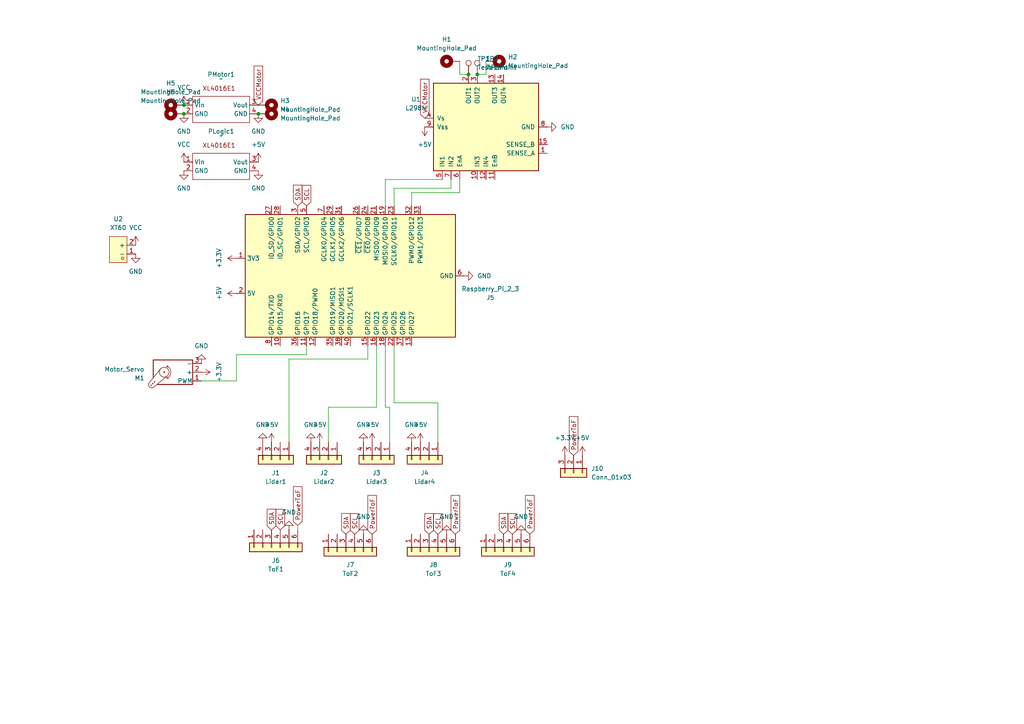
<source format=kicad_sch>
(kicad_sch (version 20231120) (generator "eeschema") (generator_version "8.0")
  (paper "A4")
  (lib_symbols
    (symbol "Connector:Raspberry_Pi_2_3"
      (property "Reference" "J" (at -17.78 31.75 0))
      (property "Value" "Raspberry_Pi_2_3" (at 10.16 -31.75 0))
      (symbol "Raspberry_Pi_2_3_0_1"
        (rectangle (start -17.78 30.48) (end 17.78 -30.48) (stroke (width 0.254)) (fill (type background)))
      )
      (symbol "Raspberry_Pi_2_3_1_1"
        (pin power_in line (at 5.08 33.02 270) (length 2.54) (name "3V3") (number "1"))
        (pin bidirectional line (at -20.32 20.32 0) (length 2.54) (name "GPIO15/RXD") (number "10"))
        (pin bidirectional line (at -20.32 12.7 0) (length 2.54) (name "GPIO17") (number "11"))
        (pin bidirectional line (at -20.32 10.16 0) (length 2.54) (name "GPIO18/PWM0") (number "12"))
        (pin bidirectional line (at -20.32 -17.78 0) (length 2.54) (name "GPIO27") (number "13"))
        (pin passive line (at 0 -33.02 90) (length 2.54) hide (name "GND") (number "14"))
        (pin bidirectional line (at -20.32 -5.08 0) (length 2.54) (name "GPIO22") (number "15"))
        (pin bidirectional line (at -20.32 -7.62 0) (length 2.54) (name "GPIO23") (number "16"))
        (pin passive line (at 5.08 33.02 270) (length 2.54) hide (name "3V3") (number "17"))
        (pin bidirectional line (at -20.32 -10.16 0) (length 2.54) (name "GPIO24") (number "18"))
        (pin bidirectional line (at 20.32 -10.16 180) (length 2.54) (name "MOSI0/GPIO10") (number "19"))
        (pin power_in line (at -5.08 33.02 270) (length 2.54) (name "5V") (number "2"))
        (pin passive line (at 0 -33.02 90) (length 2.54) hide (name "GND") (number "20"))
        (pin bidirectional line (at 20.32 -7.62 180) (length 2.54) (name "MISO0/GPIO9") (number "21"))
        (pin bidirectional line (at -20.32 -12.7 0) (length 2.54) (name "GPIO25") (number "22"))
        (pin bidirectional line (at 20.32 -12.7 180) (length 2.54) (name "SCLK0/GPIO11") (number "23"))
        (pin bidirectional line (at 20.32 -5.08 180) (length 2.54) (name "~{CE0}/GPIO8") (number "24"))
        (pin passive line (at 0 -33.02 90) (length 2.54) hide (name "GND") (number "25"))
        (pin bidirectional line (at 20.32 -2.54 180) (length 2.54) (name "~{CE1}/GPIO7") (number "26"))
        (pin bidirectional line (at 20.32 22.86 180) (length 2.54) (name "ID_SD/GPIO0") (number "27"))
        (pin bidirectional line (at 20.32 20.32 180) (length 2.54) (name "ID_SC/GPIO1") (number "28"))
        (pin bidirectional line (at 20.32 5.08 180) (length 2.54) (name "GCLK1/GPIO5") (number "29"))
        (pin bidirectional line (at 20.32 15.24 180) (length 2.54) (name "SDA/GPIO2") (number "3"))
        (pin passive line (at 0 -33.02 90) (length 2.54) hide (name "GND") (number "30"))
        (pin bidirectional line (at 20.32 2.54 180) (length 2.54) (name "GCLK2/GPIO6") (number "31"))
        (pin bidirectional line (at 20.32 -17.78 180) (length 2.54) (name "PWM0/GPIO12") (number "32"))
        (pin bidirectional line (at 20.32 -20.32 180) (length 2.54) (name "PWM1/GPIO13") (number "33"))
        (pin passive line (at 0 -33.02 90) (length 2.54) hide (name "GND") (number "34"))
        (pin bidirectional line (at -20.32 5.08 0) (length 2.54) (name "GPIO19/MISO1") (number "35"))
        (pin bidirectional line (at -20.32 15.24 0) (length 2.54) (name "GPIO16") (number "36"))
        (pin bidirectional line (at -20.32 -15.24 0) (length 2.54) (name "GPIO26") (number "37"))
        (pin bidirectional line (at -20.32 2.54 0) (length 2.54) (name "GPIO20/MOSI1") (number "38"))
        (pin passive line (at 0 -33.02 90) (length 2.54) hide (name "GND") (number "39"))
        (pin passive line (at -5.08 33.02 270) (length 2.54) hide (name "5V") (number "4"))
        (pin bidirectional line (at -20.32 0 0) (length 2.54) (name "GPIO21/SCLK1") (number "40"))
        (pin bidirectional line (at 20.32 12.7 180) (length 2.54) (name "SCL/GPIO3") (number "5"))
        (pin power_in line (at 0 -33.02 90) (length 2.54) (name "GND") (number "6"))
        (pin bidirectional line (at 20.32 7.62 180) (length 2.54) (name "GCLK0/GPIO4") (number "7"))
        (pin bidirectional line (at -20.32 22.86 0) (length 2.54) (name "GPIO14/TXD") (number "8"))
        (pin passive line (at 0 -33.02 90) (length 2.54) hide (name "GND") (number "9"))
      )
    )
    (symbol "Connector:TestPoint" (pin_numbers hide) (pin_names (offset 0.762) hide)
      (property "Reference" "TP" (at 0 6.858 0))
      (property "Value" "TestPoint" (at 0 5.08 0))
      (symbol "TestPoint_0_1"
        (circle (center 0 3.302) (radius 0.762))
      )
      (symbol "TestPoint_1_1"
        (pin passive line (at 0 0 90) (length 2.54) (name "1") (number "1"))
      )
    )
    (symbol "Connector_Generic:Conn_01x03" (pin_names (offset 1.016) hide)
      (property "Reference" "J" (at 0 5.08 0))
      (property "Value" "Conn_01x03" (at 0 -5.08 0))
      (symbol "Conn_01x03_1_1"
        (rectangle (start -1.27 -2.413) (end 0 -2.667) (stroke (width 0.1524)))
        (rectangle (start -1.27 0.127) (end 0 -0.127) (stroke (width 0.1524)))
        (rectangle (start -1.27 2.667) (end 0 2.413) (stroke (width 0.1524)))
        (rectangle (start -1.27 3.81) (end 1.27 -3.81) (stroke (width 0.254)) (fill (type background)))
        (pin passive line (at -5.08 2.54 0) (length 3.81) (name "Pin_1") (number "1"))
        (pin passive line (at -5.08 0 0) (length 3.81) (name "Pin_2") (number "2"))
        (pin passive line (at -5.08 -2.54 0) (length 3.81) (name "Pin_3") (number "3"))
      )
    )
    (symbol "Connector_Generic:Conn_01x04" (pin_names (offset 1.016) hide)
      (property "Reference" "J" (at 0 5.08 0))
      (property "Value" "Conn_01x04" (at 0 -7.62 0))
      (symbol "Conn_01x04_1_1"
        (rectangle (start -1.27 -4.953) (end 0 -5.207) (stroke (width 0.1524)))
        (rectangle (start -1.27 -2.413) (end 0 -2.667) (stroke (width 0.1524)))
        (rectangle (start -1.27 0.127) (end 0 -0.127) (stroke (width 0.1524)))
        (rectangle (start -1.27 2.667) (end 0 2.413) (stroke (width 0.1524)))
        (rectangle (start -1.27 3.81) (end 1.27 -6.35) (stroke (width 0.254)) (fill (type background)))
        (pin passive line (at -5.08 2.54 0) (length 3.81) (name "Pin_1") (number "1"))
        (pin passive line (at -5.08 0 0) (length 3.81) (name "Pin_2") (number "2"))
        (pin passive line (at -5.08 -2.54 0) (length 3.81) (name "Pin_3") (number "3"))
        (pin passive line (at -5.08 -5.08 0) (length 3.81) (name "Pin_4") (number "4"))
      )
    )
    (symbol "Connector_Generic:Conn_01x06" (pin_names (offset 1.016) hide)
      (property "Reference" "J" (at 0 7.62 0))
      (property "Value" "Conn_01x06" (at 0 -10.16 0))
      (symbol "Conn_01x06_1_1"
        (rectangle (start -1.27 -7.493) (end 0 -7.747) (stroke (width 0.1524)))
        (rectangle (start -1.27 -4.953) (end 0 -5.207) (stroke (width 0.1524)))
        (rectangle (start -1.27 -2.413) (end 0 -2.667) (stroke (width 0.1524)))
        (rectangle (start -1.27 0.127) (end 0 -0.127) (stroke (width 0.1524)))
        (rectangle (start -1.27 2.667) (end 0 2.413) (stroke (width 0.1524)))
        (rectangle (start -1.27 5.207) (end 0 4.953) (stroke (width 0.1524)))
        (rectangle (start -1.27 6.35) (end 1.27 -8.89) (stroke (width 0.254)) (fill (type background)))
        (pin passive line (at -5.08 5.08 0) (length 3.81) (name "Pin_1") (number "1"))
        (pin passive line (at -5.08 2.54 0) (length 3.81) (name "Pin_2") (number "2"))
        (pin passive line (at -5.08 0 0) (length 3.81) (name "Pin_3") (number "3"))
        (pin passive line (at -5.08 -2.54 0) (length 3.81) (name "Pin_4") (number "4"))
        (pin passive line (at -5.08 -5.08 0) (length 3.81) (name "Pin_5") (number "5"))
        (pin passive line (at -5.08 -7.62 0) (length 3.81) (name "Pin_6") (number "6"))
      )
    )
    (symbol "Driver_Motor:L298N" (pin_names (offset 1.016))
      (property "Reference" "U" (at -10.16 16.51 0))
      (property "Value" "L298N" (at 12.7 16.51 0))
      (symbol "L298N_0_1"
        (rectangle (start -12.7 15.24) (end 12.7 -15.24) (stroke (width 0.254)) (fill (type background)))
      )
      (symbol "L298N_1_1"
        (pin power_in line (at -7.62 -17.78 90) (length 2.54) (name "SENSE_A") (number "1"))
        (pin input line (at -15.24 2.54 0) (length 2.54) (name "IN3") (number "10"))
        (pin input line (at -15.24 -2.54 0) (length 2.54) (name "EnB") (number "11"))
        (pin input line (at -15.24 0 0) (length 2.54) (name "IN4") (number "12"))
        (pin output line (at 15.24 -2.54 180) (length 2.54) (name "OUT3") (number "13"))
        (pin output line (at 15.24 -5.08 180) (length 2.54) (name "OUT4") (number "14"))
        (pin power_in line (at -5.08 -17.78 90) (length 2.54) (name "SENSE_B") (number "15"))
        (pin output line (at 15.24 5.08 180) (length 2.54) (name "OUT1") (number "2"))
        (pin output line (at 15.24 2.54 180) (length 2.54) (name "OUT2") (number "3"))
        (pin power_in line (at 2.54 17.78 270) (length 2.54) (name "Vs") (number "4"))
        (pin input line (at -15.24 12.7 0) (length 2.54) (name "IN1") (number "5"))
        (pin input line (at -15.24 7.62 0) (length 2.54) (name "EnA") (number "6"))
        (pin input line (at -15.24 10.16 0) (length 2.54) (name "IN2") (number "7"))
        (pin power_in line (at 0 -17.78 90) (length 2.54) (name "GND") (number "8"))
        (pin power_in line (at 0 17.78 270) (length 2.54) (name "Vss") (number "9"))
      )
    )
    (symbol "Mechanical:MountingHole_Pad" (pin_numbers hide) (pin_names (offset 1.016) hide) (exclude_from_sim yes) (in_bom no)
      (property "Reference" "H" (at 0 6.35 0))
      (property "Value" "MountingHole_Pad" (at 0 4.445 0))
      (symbol "MountingHole_Pad_0_1"
        (circle (center 0 1.27) (radius 1.27) (stroke (width 1.27)))
      )
      (symbol "MountingHole_Pad_1_1"
        (pin input line (at 0 -2.54 90) (length 2.54) (name "1") (number "1"))
      )
    )
    (symbol "Motor:Motor_Servo" (pin_names (offset 0.0254))
      (property "Reference" "M" (at -5.08 4.445 0))
      (property "Value" "Motor_Servo" (at -5.08 -4.064 0))
      (symbol "Motor_Servo_0_1"
        (polyline (pts (xy 2.413 -1.778) (xy 2.032 -1.778)))
        (polyline (pts (xy 2.413 -1.778) (xy 2.286 -1.397)))
        (polyline (pts (xy 2.413 1.778) (xy 1.905 1.778)))
        (polyline (pts (xy 2.413 1.778) (xy 2.286 1.397)))
        (polyline (pts (xy 6.35 4.445) (xy 2.54 1.27)))
        (polyline (pts (xy 7.62 3.175) (xy 4.191 -1.016)))
        (polyline (pts (xy 5.08 3.556) (xy -5.08 3.556) (xy -5.08 -3.556) (xy 6.35 -3.556) (xy 6.35 1.524)) (stroke (width 0.254)))
        (arc (start 2.413 1.778) (mid 1.2406 0) (end 2.413 -1.778))
        (circle (center 3.175 0) (radius 0.1778))
        (circle (center 3.175 0) (radius 1.4224))
        (circle (center 5.969 2.794) (radius 0.127))
        (circle (center 6.477 3.302) (radius 0.127))
        (circle (center 6.985 3.81) (radius 0.127))
        (arc (start 7.62 3.175) (mid 7.4485 4.2735) (end 6.35 4.445))
      )
      (symbol "Motor_Servo_1_1"
        (pin passive line (at -7.62 2.54 0) (length 2.54) (name "PWM") (number "1"))
        (pin passive line (at -7.62 0 0) (length 2.54) (name "+") (number "2"))
        (pin passive line (at -7.62 -2.54 0) (length 2.54) (name "-") (number "3"))
      )
    )
    (symbol "easyeda2kicad:AZXL4016E1"
      (property "Reference" "P" (at 0 0 0))
      (symbol "AZXL4016E1_0_0"
        (pin unspecified line (at 0 0 0) (length 2.54) (name "Vin") (number "1"))
        (pin unspecified line (at 0 -2.54 0) (length 2.54) (name "GND") (number "2"))
        (pin unspecified line (at 21.59 0 180) (length 2.54) (name "Vout") (number "3"))
        (pin unspecified line (at 21.59 -2.54 180) (length 2.54) (name "GND") (number "4"))
      )
      (symbol "AZXL4016E1_0_1"
        (rectangle (start 2.54 2.54) (end 19.05 -5.08))
      )
      (symbol "AZXL4016E1_1_1"
        (text "XL4016E1" (at 10.16 4.826 0) (effects (font (size 1.27 1.27))))
      )
    )
    (symbol "easyeda2kicad:XT60"
      (property "Reference" "U" (at 0 6.35 0))
      (property "Value" "XT60" (at 0 -6.35 0))
      (symbol "XT60_0_1"
        (rectangle (start -2.54 3.81) (end 2.54 -3.81) (fill (type background)))
        (circle (center -1.27 2.54) (radius 0.38))
        (pin unspecified line (at -5.08 1.27 0) (length 2.54) (name "-") (number "1"))
        (pin unspecified line (at -5.08 -1.27 0) (length 2.54) (name "+") (number "2"))
      )
    )
    (symbol "power:+3.3V" (power) (pin_numbers hide) (pin_names (offset 0) hide)
      (property "Value" "+3.3V" (at 0 3.556 0))
      (symbol "+3.3V_0_1"
        (polyline (pts (xy -0.762 1.27) (xy 0 2.54)))
        (polyline (pts (xy 0 0) (xy 0 2.54)))
        (polyline (pts (xy 0 2.54) (xy 0.762 1.27)))
      )
      (symbol "+3.3V_1_1"
        (pin power_in line (at 0 0 90) (length 0) (name "~") (number "1"))
      )
    )
    (symbol "power:+5V" (power) (pin_numbers hide) (pin_names (offset 0) hide)
      (property "Value" "+5V" (at 0 3.556 0))
      (symbol "+5V_0_1"
        (polyline (pts (xy -0.762 1.27) (xy 0 2.54)))
        (polyline (pts (xy 0 0) (xy 0 2.54)))
        (polyline (pts (xy 0 2.54) (xy 0.762 1.27)))
      )
      (symbol "+5V_1_1"
        (pin power_in line (at 0 0 90) (length 0) (name "~") (number "1"))
      )
    )
    (symbol "power:GND" (power) (pin_numbers hide) (pin_names (offset 0) hide)
      (property "Value" "GND" (at 0 -3.81 0))
      (symbol "GND_0_1"
        (polyline (pts (xy 0 0) (xy 0 -1.27) (xy 1.27 -1.27) (xy 0 -2.54) (xy -1.27 -1.27) (xy 0 -1.27)))
      )
      (symbol "GND_1_1"
        (pin power_in line (at 0 0 270) (length 0) (name "~") (number "1"))
      )
    )
    (symbol "power:VCC" (power) (pin_numbers hide) (pin_names (offset 0) hide)
      (property "Value" "VCC" (at 0 3.556 0))
      (symbol "VCC_0_1"
        (polyline (pts (xy -0.762 1.27) (xy 0 2.54)))
        (polyline (pts (xy 0 0) (xy 0 2.54)))
        (polyline (pts (xy 0 2.54) (xy 0.762 1.27)))
      )
      (symbol "VCC_1_1"
        (pin power_in line (at 0 0 90) (length 0) (name "~") (number "1"))
      )
    )
  )
  (junction (at 53.34 33.02))
  (junction (at 74.93 33.02))
  (junction (at 138.43 21.59))
  (junction (at 135.89 21.59))
  (junction (at 53.34 30.48))
  (wire (pts (xy 114.3 116.84) (xy 127 116.84)))
  (wire (pts (xy 113.03 118.11) (xy 113.03 128.27)))
  (wire (pts (xy 128.27 52.07) (xy 111.76 52.07)))
  (wire (pts (xy 130.81 54.61) (xy 130.81 52.07)))
  (wire (pts (xy 109.22 100.33) (xy 109.22 118.11)))
  (wire (pts (xy 88.9 100.33) (xy 88.9 102.87)))
  (wire (pts (xy 133.35 55.88) (xy 133.35 52.07)))
  (wire (pts (xy 114.3 59.69) (xy 114.3 54.61)))
  (wire (pts (xy 83.82 128.27) (xy 83.82 104.14)))
  (wire (pts (xy 113.03 118.11) (xy 111.76 118.11)))
  (wire (pts (xy 111.76 52.07) (xy 111.76 59.69)))
  (wire (pts (xy 83.82 104.14) (xy 106.68 104.14)))
  (wire (pts (xy 140.97 21.59) (xy 138.43 21.59)))
  (wire (pts (xy 106.68 104.14) (xy 106.68 100.33)))
  (wire (pts (xy 127 116.84) (xy 127 128.27)))
  (wire (pts (xy 133.35 17.78) (xy 133.35 21.59)))
  (wire (pts (xy 95.25 118.11) (xy 95.25 128.27)))
  (wire (pts (xy 119.38 59.69) (xy 119.38 55.88)))
  (wire (pts (xy 111.76 118.11) (xy 111.76 100.33)))
  (wire (pts (xy 114.3 100.33) (xy 114.3 116.84)))
  (wire (pts (xy 119.38 55.88) (xy 133.35 55.88)))
  (wire (pts (xy 109.22 118.11) (xy 95.25 118.11)))
  (wire (pts (xy 114.3 54.61) (xy 130.81 54.61)))
  (wire (pts (xy 88.9 102.87) (xy 68.58 102.87)))
  (wire (pts (xy 68.58 110.49) (xy 58.42 110.49)))
  (wire (pts (xy 86.36 152.4) (xy 86.36 153.67)))
  (wire (pts (xy 68.58 102.87) (xy 68.58 110.49)))
  (wire (pts (xy 133.35 21.59) (xy 135.89 21.59)))
  (wire (pts (xy 140.97 17.78) (xy 140.97 21.59)))
  (global_label "SCL" (shape input) (at 102.87 154.94 90) (property "Intersheetrefs" "${INTERSHEET_REFS}" (effects (hide yes))))
  (global_label "PowerToF" (shape input) (at 132.08 154.94 90) (property "Intersheetrefs" "${INTERSHEET_REFS}" (effects (hide yes))))
  (global_label "SDA" (shape input) (at 124.46 154.94 90) (property "Intersheetrefs" "${INTERSHEET_REFS}" (effects (hide yes))))
  (global_label "PowerToF" (shape input) (at 153.67 154.94 90) (property "Intersheetrefs" "${INTERSHEET_REFS}" (effects (hide yes))))
  (global_label "SDA" (shape input) (at 86.36 59.69 90) (property "Intersheetrefs" "${INTERSHEET_REFS}" (effects (hide yes))))
  (global_label "SDA" (shape input) (at 78.74 153.67 90) (property "Intersheetrefs" "${INTERSHEET_REFS}" (effects (hide yes))))
  (global_label "PowerToF" (shape input) (at 86.36 152.4 90) (property "Intersheetrefs" "${INTERSHEET_REFS}" (effects (hide yes))))
  (global_label "SDA" (shape input) (at 100.33 154.94 90) (property "Intersheetrefs" "${INTERSHEET_REFS}" (effects (hide yes))))
  (global_label "PowerToF" (shape input) (at 166.37 132.08 90) (property "Intersheetrefs" "${INTERSHEET_REFS}" (effects (hide yes))))
  (global_label "SCL" (shape input) (at 88.9 59.69 90) (property "Intersheetrefs" "${INTERSHEET_REFS}" (effects (hide yes))))
  (global_label "SCL" (shape input) (at 81.28 153.67 90) (property "Intersheetrefs" "${INTERSHEET_REFS}" (effects (hide yes))))
  (global_label "SCL" (shape input) (at 127 154.94 90) (property "Intersheetrefs" "${INTERSHEET_REFS}" (effects (hide yes))))
  (global_label "PowerToF" (shape input) (at 107.95 154.94 90) (property "Intersheetrefs" "${INTERSHEET_REFS}" (effects (hide yes))))
  (global_label "VCCMotor" (shape input) (at 74.93 30.48 90) (property "Intersheetrefs" "${INTERSHEET_REFS}" (effects (hide yes))))
  (global_label "VCCMotor" (shape input) (at 123.19 34.29 90) (property "Intersheetrefs" "${INTERSHEET_REFS}" (effects (hide yes))))
  (global_label "SDA" (shape input) (at 146.05 154.94 90) (property "Intersheetrefs" "${INTERSHEET_REFS}" (effects (hide yes))))
  (global_label "SCL" (shape input) (at 148.59 154.94 90) (property "Intersheetrefs" "${INTERSHEET_REFS}" (effects (hide yes))))
  (symbol (lib_id "power:GND") (at 134.62 80.01 90) (unit 1)
    (property "Reference" "#PWR019" (effects (hide yes)))
    (property "Value" "GND" (at 138.43 80.0101 90) (effects (justify right)))
    (property "Description" "Power symbol creates a global label with name \"GND\" , ground" (effects (hide yes)))
  )
  (symbol (lib_id "power:+5V") (at 74.93 46.99 0) (unit 1)
    (property "Reference" "#PWR026" (effects (hide yes)))
    (property "Value" "+5V" (at 74.93 41.91 0))
    (property "Description" "Power symbol creates a global label with name \"+5V\"" (effects (hide yes)))
  )
  (symbol (lib_id "Mechanical:MountingHole_Pad") (at 130.81 17.78 90) (unit 1) (exclude_from_sim yes) (in_bom no)
    (property "Reference" "H1" (at 129.54 11.43 90))
    (property "Value" "MountingHole_Pad" (at 129.54 13.97 90))
    (property "Footprint" "MountingHole:MountingHole_4mm_Pad_Via" (effects (hide yes)))
    (property "Description" "Mounting Hole with connection" (effects (hide yes)))
  )
  (symbol (lib_id "power:GND") (at 119.38 128.27 180) (unit 1)
    (property "Reference" "#PWR010" (effects (hide yes)))
    (property "Value" "GND" (at 119.38 123.19 0))
    (property "Description" "Power symbol creates a global label with name \"GND\" , ground" (effects (hide yes)))
  )
  (symbol (lib_id "Mechanical:MountingHole_Pad") (at 77.47 33.02 270) (unit 1) (exclude_from_sim yes) (in_bom no)
    (property "Reference" "H4" (at 81.28 31.7499 90) (effects (justify left)))
    (property "Value" "MountingHole_Pad" (at 81.28 34.2899 90) (effects (justify left)))
    (property "Footprint" "MountingHole:MountingHole_4mm_Pad_Via" (effects (hide yes)))
    (property "Description" "Mounting Hole with connection" (effects (hide yes)))
  )
  (symbol (lib_id "Connector_Generic:Conn_01x04") (at 124.46 133.35 270) (unit 1)
    (property "Reference" "J4" (at 123.19 137.16 90))
    (property "Value" "Lidar4" (at 123.19 139.7 90))
    (property "Footprint" "Connector_PinHeader_2.54mm:PinHeader_1x04_P2.54mm_Vertical" (effects (hide yes)))
    (property "Description" "Generic connector, single row, 01x04, script generated (kicad-library-utils/schlib/autogen/connector/)" (effects (hide yes)))
  )
  (symbol (lib_id "power:+3.3V") (at 163.83 132.08 0) (unit 1)
    (property "Reference" "#PWR03" (effects (hide yes)))
    (property "Value" "+3.3V" (at 163.83 127 0))
    (property "Description" "Power symbol creates a global label with name \"+3.3V\"" (effects (hide yes)))
  )
  (symbol (lib_id "power:+5V") (at 92.71 128.27 0) (unit 1)
    (property "Reference" "#PWR07" (effects (hide yes)))
    (property "Value" "+5V" (at 92.71 123.19 0))
    (property "Description" "Power symbol creates a global label with name \"+5V\"" (effects (hide yes)))
  )
  (symbol (lib_id "Connector:TestPoint") (at 135.89 21.59 0) (unit 1)
    (property "Reference" "TP1" (at 138.43 17.0179 0) (effects (justify left)))
    (property "Value" "TestPoint" (at 138.43 19.5579 0) (effects (justify left)))
    (property "Footprint" "Pegoku:TestPoint" (effects (hide yes)))
    (property "Description" "test point" (effects (hide yes)))
  )
  (symbol (lib_id "power:GND") (at 39.37 73.66 0) (unit 1)
    (property "Reference" "#PWR024" (effects (hide yes)))
    (property "Value" "GND" (at 39.37 78.74 0))
    (property "Description" "Power symbol creates a global label with name \"GND\" , ground" (effects (hide yes)))
  )
  (symbol (lib_id "Connector_Generic:Conn_01x06") (at 146.05 160.02 90) (mirror x) (unit 1)
    (property "Reference" "J9" (at 147.32 163.83 90))
    (property "Value" "ToF4" (at 147.32 166.37 90))
    (property "Footprint" "Connector_PinSocket_2.54mm:PinSocket_1x06_P2.54mm_Horizontal" (effects (hide yes)))
    (property "Description" "Generic connector, single row, 01x06, script generated (kicad-library-utils/schlib/autogen/connector/)" (effects (hide yes)))
  )
  (symbol (lib_id "power:GND") (at 129.54 154.94 180) (unit 1)
    (property "Reference" "#PWR013" (effects (hide yes)))
    (property "Value" "GND" (at 129.54 149.86 0))
    (property "Description" "Power symbol creates a global label with name \"GND\" , ground" (effects (hide yes)))
  )
  (symbol (lib_id "Connector_Generic:Conn_01x06") (at 124.46 160.02 90) (mirror x) (unit 1)
    (property "Reference" "J8" (at 125.73 163.83 90))
    (property "Value" "ToF3" (at 125.73 166.37 90))
    (property "Footprint" "Connector_PinSocket_2.54mm:PinSocket_1x06_P2.54mm_Horizontal" (effects (hide yes)))
    (property "Description" "Generic connector, single row, 01x06, script generated (kicad-library-utils/schlib/autogen/connector/)" (effects (hide yes)))
  )
  (symbol (lib_id "power:+5V") (at 68.58 85.09 90) (unit 1)
    (property "Reference" "#PWR017" (effects (hide yes)))
    (property "Value" "+5V" (at 63.5 85.09 0))
    (property "Description" "Power symbol creates a global label with name \"+5V\"" (effects (hide yes)))
  )
  (symbol (lib_id "power:GND") (at 105.41 128.27 180) (unit 1)
    (property "Reference" "#PWR08" (effects (hide yes)))
    (property "Value" "GND" (at 105.41 123.19 0))
    (property "Description" "Power symbol creates a global label with name \"GND\" , ground" (effects (hide yes)))
  )
  (symbol (lib_id "power:+5V") (at 123.19 36.83 180) (unit 1)
    (property "Reference" "#PWR027" (effects (hide yes)))
    (property "Value" "+5V" (at 123.19 41.91 0))
    (property "Description" "Power symbol creates a global label with name \"+5V\"" (effects (hide yes)))
  )
  (symbol (lib_id "power:+5V") (at 121.92 128.27 0) (unit 1)
    (property "Reference" "#PWR011" (effects (hide yes)))
    (property "Value" "+5V" (at 121.92 123.19 0))
    (property "Description" "Power symbol creates a global label with name \"+5V\"" (effects (hide yes)))
  )
  (symbol (lib_id "power:+5V") (at 78.74 128.27 0) (unit 1)
    (property "Reference" "#PWR04" (effects (hide yes)))
    (property "Value" "+5V" (at 78.74 123.19 0))
    (property "Description" "Power symbol creates a global label with name \"+5V\"" (effects (hide yes)))
  )
  (symbol (lib_id "Mechanical:MountingHole_Pad") (at 143.51 17.78 270) (unit 1) (exclude_from_sim yes) (in_bom no)
    (property "Reference" "H2" (at 147.32 16.5099 90) (effects (justify left)))
    (property "Value" "MountingHole_Pad" (at 147.32 19.0499 90) (effects (justify left)))
    (property "Footprint" "MountingHole:MountingHole_4mm_Pad_Via" (effects (hide yes)))
    (property "Description" "Mounting Hole with connection" (effects (hide yes)))
  )
  (symbol (lib_id "Connector_Generic:Conn_01x04") (at 95.25 133.35 270) (unit 1)
    (property "Reference" "J2" (at 93.98 137.16 90))
    (property "Value" "Lidar2" (at 93.98 139.7 90))
    (property "Footprint" "Connector_PinHeader_2.54mm:PinHeader_1x04_P2.54mm_Vertical" (effects (hide yes)))
    (property "Description" "Generic connector, single row, 01x04, script generated (kicad-library-utils/schlib/autogen/connector/)" (effects (hide yes)))
  )
  (symbol (lib_id "power:VCC") (at 53.34 30.48 0) (unit 1)
    (property "Reference" "#PWR021" (effects (hide yes)))
    (property "Value" "VCC" (at 53.34 25.4 0))
    (property "Description" "Power symbol creates a global label with name \"VCC\"" (effects (hide yes)))
  )
  (symbol (lib_id "power:GND") (at 58.42 105.41 180) (unit 1)
    (property "Reference" "#PWR030" (effects (hide yes)))
    (property "Value" "GND" (at 58.42 100.33 0))
    (property "Description" "Power symbol creates a global label with name \"GND\" , ground" (effects (hide yes)))
  )
  (symbol (lib_id "power:+3.3V") (at 58.42 107.95 270) (unit 1)
    (property "Reference" "#PWR029" (effects (hide yes)))
    (property "Value" "+3.3V" (at 63.5 107.95 0))
    (property "Description" "Power symbol creates a global label with name \"+3.3V\"" (effects (hide yes)))
  )
  (symbol (lib_id "Motor:Motor_Servo") (at 50.8 107.95 180) (unit 1)
    (property "Reference" "M1" (at 41.91 109.6535 0) (effects (justify left)))
    (property "Value" "Motor_Servo" (at 41.91 107.1135 0) (effects (justify left)))
    (property "Footprint" "Connector_PinHeader_2.54mm:PinHeader_1x03_P2.54mm_Vertical" (effects (hide yes)))
    (property "Datasheet" "http://forums.parallax.com/uploads/attachments/46831/74481.png" (effects (hide yes)))
    (property "Description" "Servo Motor (Futaba, HiTec, JR connector)" (effects (hide yes)))
  )
  (symbol (lib_id "easyeda2kicad:AZXL4016E1") (at 53.34 46.99 0) (unit 1)
    (property "Reference" "PLogic1" (at 64.135 38.1 0))
    (property "Value" "~" (at 64.135 39.37 0))
    (property "Footprint" "Connector_PinHeader_2.54mm:PinHeader_1x04_P2.54mm_Vertical" (effects (hide yes)))
  )
  (symbol (lib_id "power:GND") (at 74.93 49.53 0) (unit 1)
    (property "Reference" "#PWR023" (effects (hide yes)))
    (property "Value" "GND" (at 74.93 54.61 0))
    (property "Description" "Power symbol creates a global label with name \"GND\" , ground" (effects (hide yes)))
  )
  (symbol (lib_id "power:GND") (at 53.34 33.02 0) (unit 1)
    (property "Reference" "#PWR016" (effects (hide yes)))
    (property "Value" "GND" (at 53.34 38.1 0))
    (property "Description" "Power symbol creates a global label with name \"GND\" , ground" (effects (hide yes)))
  )
  (symbol (lib_id "power:VCC") (at 39.37 71.12 0) (unit 1)
    (property "Reference" "#PWR025" (effects (hide yes)))
    (property "Value" "VCC" (at 39.37 66.04 0))
    (property "Description" "Power symbol creates a global label with name \"VCC\"" (effects (hide yes)))
  )
  (symbol (lib_id "power:+3.3V") (at 68.58 74.93 90) (unit 1)
    (property "Reference" "#PWR018" (effects (hide yes)))
    (property "Value" "+3.3V" (at 63.5 74.93 0))
    (property "Description" "Power symbol creates a global label with name \"+3.3V\"" (effects (hide yes)))
  )
  (symbol (lib_id "Connector_Generic:Conn_01x04") (at 110.49 133.35 270) (unit 1)
    (property "Reference" "J3" (at 109.22 137.16 90))
    (property "Value" "Lidar3" (at 109.22 139.7 90))
    (property "Footprint" "Connector_PinHeader_2.54mm:PinHeader_1x04_P2.54mm_Vertical" (effects (hide yes)))
    (property "Description" "Generic connector, single row, 01x04, script generated (kicad-library-utils/schlib/autogen/connector/)" (effects (hide yes)))
  )
  (symbol (lib_id "Driver_Motor:L298N") (at 140.97 36.83 90) (unit 1)
    (property "Reference" "U1" (at 120.65 28.7938 90))
    (property "Value" "L298N" (at 120.65 31.3338 90))
    (property "Footprint" "Package_TO_SOT_THT:TO-220-15_P2.54x2.54mm_StaggerOdd_Lead4.58mm_Vertical" (effects (hide yes)))
    (property "Datasheet" "http://www.st.com/st-web-ui/static/active/en/resource/technical/document/datasheet/CD00000240.pdf" (effects (hide yes)))
    (property "Description" "Dual full bridge motor driver, up to 46V, 4A, Multiwatt15-V" (effects (hide yes)))
  )
  (symbol (lib_id "power:GND") (at 76.2 128.27 180) (unit 1)
    (property "Reference" "#PWR02" (effects (hide yes)))
    (property "Value" "GND" (at 76.2 123.19 0))
    (property "Description" "Power symbol creates a global label with name \"GND\" , ground" (effects (hide yes)))
  )
  (symbol (lib_id "Connector_Generic:Conn_01x04") (at 81.28 133.35 270) (unit 1)
    (property "Reference" "J1" (at 80.01 137.16 90))
    (property "Value" "Lidar1" (at 80.01 139.7 90))
    (property "Footprint" "Connector_PinHeader_2.54mm:PinHeader_1x04_P2.54mm_Vertical" (effects (hide yes)))
    (property "Description" "Generic connector, single row, 01x04, script generated (kicad-library-utils/schlib/autogen/connector/)" (effects (hide yes)))
  )
  (symbol (lib_id "power:+5V") (at 107.95 128.27 0) (unit 1)
    (property "Reference" "#PWR09" (effects (hide yes)))
    (property "Value" "+5V" (at 107.95 123.19 0))
    (property "Description" "Power symbol creates a global label with name \"+5V\"" (effects (hide yes)))
  )
  (symbol (lib_id "Mechanical:MountingHole_Pad") (at 77.47 30.48 270) (unit 1) (exclude_from_sim yes) (in_bom no)
    (property "Reference" "H3" (at 81.28 29.2099 90) (effects (justify left)))
    (property "Value" "MountingHole_Pad" (at 81.28 31.7499 90) (effects (justify left)))
    (property "Footprint" "MountingHole:MountingHole_4mm_Pad_Via" (effects (hide yes)))
    (property "Description" "Mounting Hole with connection" (effects (hide yes)))
  )
  (symbol (lib_id "power:GND") (at 105.41 154.94 180) (unit 1)
    (property "Reference" "#PWR05" (effects (hide yes)))
    (property "Value" "GND" (at 105.41 149.86 0))
    (property "Description" "Power symbol creates a global label with name \"GND\" , ground" (effects (hide yes)))
  )
  (symbol (lib_id "Connector:TestPoint") (at 138.43 21.59 0) (unit 1)
    (property "Reference" "TP2" (at 140.97 17.0179 0) (effects (justify left)))
    (property "Value" "TestPoint" (at 140.97 19.5579 0) (effects (justify left)))
    (property "Footprint" "Pegoku:TestPoint" (effects (hide yes)))
    (property "Description" "test point" (effects (hide yes)))
  )
  (symbol (lib_id "Connector:Raspberry_Pi_2_3") (at 101.6 80.01 90) (unit 1)
    (property "Reference" "J5" (at 142.24 86.3286 90))
    (property "Value" "Raspberry_Pi_2_3" (at 142.24 83.7886 90))
    (property "Footprint" "Connector_PinSocket_2.54mm:PinSocket_2x20_P2.54mm_Vertical" (effects (hide yes)))
    (property "Datasheet" "https://www.raspberrypi.org/documentation/hardware/raspberrypi/schematics/rpi_SCH_3bplus_1p0_reduced.pdf" (effects (hide yes)))
    (property "Description" "expansion header for Raspberry Pi 2 & 3" (effects (hide yes)))
  )
  (symbol (lib_id "power:GND") (at 151.13 154.94 180) (unit 1)
    (property "Reference" "#PWR015" (effects (hide yes)))
    (property "Value" "GND" (at 151.13 149.86 0))
    (property "Description" "Power symbol creates a global label with name \"GND\" , ground" (effects (hide yes)))
  )
  (symbol (lib_id "easyeda2kicad:AZXL4016E1") (at 53.34 30.48 0) (unit 1)
    (property "Reference" "PMotor1" (at 64.135 21.59 0))
    (property "Value" "~" (at 64.135 22.86 0))
    (property "Footprint" "Connector_PinHeader_2.54mm:PinHeader_1x04_P2.54mm_Vertical" (effects (hide yes)))
  )
  (symbol (lib_id "power:GND") (at 90.17 128.27 180) (unit 1)
    (property "Reference" "#PWR06" (effects (hide yes)))
    (property "Value" "GND" (at 90.17 123.19 0))
    (property "Description" "Power symbol creates a global label with name \"GND\" , ground" (effects (hide yes)))
  )
  (symbol (lib_id "power:+5V") (at 168.91 132.08 0) (unit 1)
    (property "Reference" "#PWR012" (effects (hide yes)))
    (property "Value" "+5V" (at 168.91 127 0))
    (property "Description" "Power symbol creates a global label with name \"+5V\"" (effects (hide yes)))
  )
  (symbol (lib_id "power:GND") (at 74.93 33.02 0) (unit 1)
    (property "Reference" "#PWR022" (effects (hide yes)))
    (property "Value" "GND" (at 74.93 38.1 0))
    (property "Description" "Power symbol creates a global label with name \"GND\" , ground" (effects (hide yes)))
  )
  (symbol (lib_id "Connector_Generic:Conn_01x06") (at 78.74 158.75 90) (mirror x) (unit 1)
    (property "Reference" "J6" (at 80.01 162.56 90))
    (property "Value" "ToF1" (at 80.01 165.1 90))
    (property "Footprint" "Connector_PinSocket_2.54mm:PinSocket_1x06_P2.54mm_Horizontal" (effects (hide yes)))
    (property "Description" "Generic connector, single row, 01x06, script generated (kicad-library-utils/schlib/autogen/connector/)" (effects (hide yes)))
  )
  (symbol (lib_id "Connector_Generic:Conn_01x03") (at 166.37 137.16 270) (unit 1)
    (property "Reference" "J10" (at 171.45 135.8899 90) (effects (justify left)))
    (property "Value" "Conn_01x03" (at 171.45 138.4299 90) (effects (justify left)))
    (property "Footprint" "Connector_PinHeader_2.54mm:PinHeader_1x03_P2.54mm_Vertical" (effects (hide yes)))
    (property "Description" "Generic connector, single row, 01x03, script generated (kicad-library-utils/schlib/autogen/connector/)" (effects (hide yes)))
  )
  (symbol (lib_id "easyeda2kicad:XT60") (at 34.29 72.39 180) (unit 1)
    (property "Reference" "U2" (at 34.29 63.5 0))
    (property "Value" "XT60" (at 34.29 66.04 0))
    (property "Footprint" "easyeda2kicad:CONN-TH_XT60" (effects (hide yes)))
    (property "LCSC Part" "C98733" (effects (hide yes)))
  )
  (symbol (lib_id "Mechanical:MountingHole_Pad") (at 50.8 33.02 90) (unit 1) (exclude_from_sim yes) (in_bom no)
    (property "Reference" "H6" (at 49.53 26.67 90))
    (property "Value" "MountingHole_Pad" (at 49.53 29.21 90))
    (property "Footprint" "MountingHole:MountingHole_4mm_Pad_Via" (effects (hide yes)))
    (property "Description" "Mounting Hole with connection" (effects (hide yes)))
  )
  (symbol (lib_id "power:GND") (at 158.75 36.83 90) (unit 1)
    (property "Reference" "#PWR028" (effects (hide yes)))
    (property "Value" "GND" (at 162.56 36.8299 90) (effects (justify right)))
    (property "Description" "Power symbol creates a global label with name \"GND\" , ground" (effects (hide yes)))
  )
  (symbol (lib_id "Connector_Generic:Conn_01x06") (at 100.33 160.02 90) (mirror x) (unit 1)
    (property "Reference" "J7" (at 101.6 163.83 90))
    (property "Value" "ToF2" (at 101.6 166.37 90))
    (property "Footprint" "Connector_PinSocket_2.54mm:PinSocket_1x06_P2.54mm_Horizontal" (effects (hide yes)))
    (property "Description" "Generic connector, single row, 01x06, script generated (kicad-library-utils/schlib/autogen/connector/)" (effects (hide yes)))
  )
  (symbol (lib_id "Mechanical:MountingHole_Pad") (at 50.8 30.48 90) (unit 1) (exclude_from_sim yes) (in_bom no)
    (property "Reference" "H5" (at 49.53 24.13 90))
    (property "Value" "MountingHole_Pad" (at 49.53 26.67 90))
    (property "Footprint" "MountingHole:MountingHole_4mm_Pad_Via" (effects (hide yes)))
    (property "Description" "Mounting Hole with connection" (effects (hide yes)))
  )
  (symbol (lib_id "power:GND") (at 53.34 49.53 0) (unit 1)
    (property "Reference" "#PWR014" (effects (hide yes)))
    (property "Value" "GND" (at 53.34 54.61 0))
    (property "Description" "Power symbol creates a global label with name \"GND\" , ground" (effects (hide yes)))
  )
  (symbol (lib_id "power:GND") (at 83.82 153.67 180) (unit 1)
    (property "Reference" "#PWR01" (effects (hide yes)))
    (property "Value" "GND" (at 83.82 148.59 0))
    (property "Description" "Power symbol creates a global label with name \"GND\" , ground" (effects (hide yes)))
  )
  (symbol (lib_id "power:VCC") (at 53.34 46.99 0) (unit 1)
    (property "Reference" "#PWR020" (effects (hide yes)))
    (property "Value" "VCC" (at 53.34 41.91 0))
    (property "Description" "Power symbol creates a global label with name \"VCC\"" (effects (hide yes)))
  )
)
</source>
